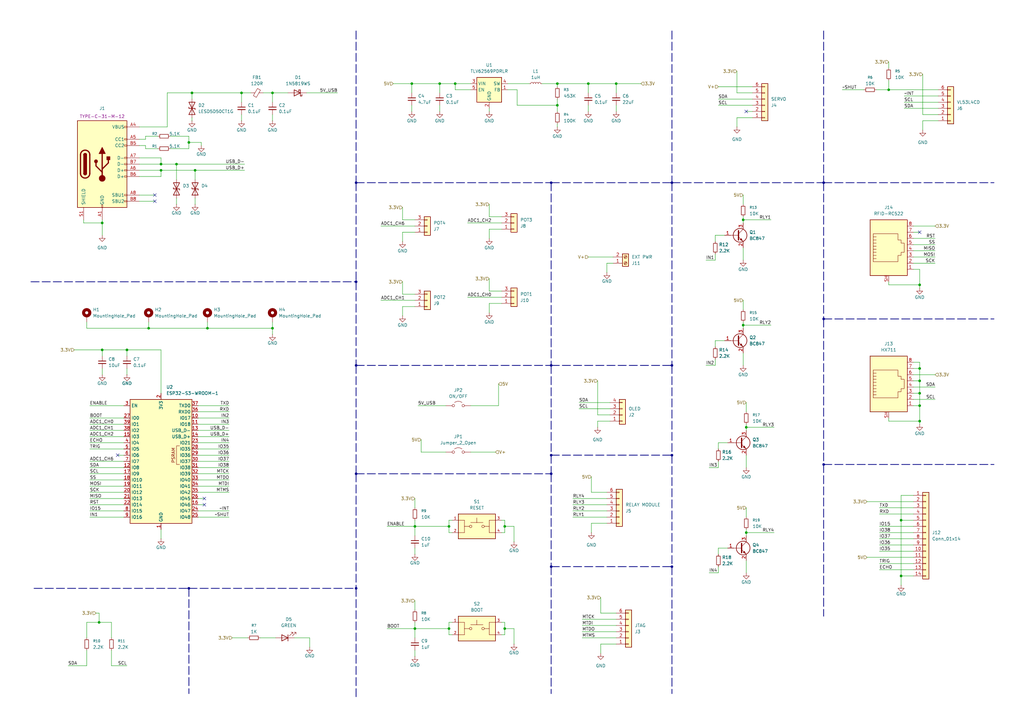
<source format=kicad_sch>
(kicad_sch (version 20250114) (generator "eeschema") (generator_version "9.0")
  (paper "A3")
  (junction (at 275.59 232.41))
  (junction (at 146.05 74.93))
  (junction (at 111.76 38.1))
  (junction (at 377.19 151.13))
  (junction (at 146.05 115.57))
  (junction (at 377.19 161.29))
  (junction (at 226.06 232.41))
  (junction (at 252.73 34.29))
  (junction (at 170.18 215.9))
  (junction (at 377.19 116.84))
  (junction (at 275.59 186.69))
  (junction (at 228.6 43.18))
  (junction (at 275.59 74.93))
  (junction (at 377.19 172.72))
  (junction (at 337.82 74.93))
  (junction (at 72.39 67.31))
  (junction (at 168.91 34.29))
  (junction (at 170.18 257.81))
  (junction (at 207.01 257.81))
  (junction (at 77.47 241.3))
  (junction (at 337.82 130.81))
  (junction (at 184.15 215.9))
  (junction (at 304.8 90.17))
  (junction (at 369.57 213.36))
  (junction (at 337.82 190.5))
  (junction (at 40.64 255.27))
  (junction (at 226.06 186.69))
  (junction (at 304.8 133.35))
  (junction (at 146.05 241.3))
  (junction (at 241.3 34.29))
  (junction (at 52.07 143.51))
  (junction (at 146.05 194.31))
  (junction (at 77.47 58.42))
  (junction (at 364.49 36.83))
  (junction (at 377.19 156.21))
  (junction (at 306.07 218.44))
  (junction (at 180.34 34.29))
  (junction (at 228.6 34.29))
  (junction (at 207.01 215.9))
  (junction (at 41.91 143.51))
  (junction (at 146.05 149.86))
  (junction (at 226.06 194.31))
  (junction (at 226.06 74.93))
  (junction (at 85.09 134.62))
  (junction (at 111.76 134.62))
  (junction (at 66.04 67.31))
  (junction (at 78.74 38.1))
  (junction (at 80.01 69.85))
  (junction (at 226.06 149.86))
  (junction (at 99.06 38.1))
  (junction (at 66.04 69.85))
  (junction (at 186.69 34.29))
  (junction (at 275.59 149.86))
  (junction (at 41.91 91.44))
  (junction (at 369.57 236.22))
  (junction (at 306.07 175.26))
  (junction (at 184.15 257.81))
  (junction (at 60.96 134.62))
  (junction (at 377.19 166.37))
  (no_connect (at 63.5 82.55))
  (no_connect (at 306.07 45.72))
  (no_connect (at 63.5 80.01))
  (no_connect (at 377.19 95.25))
  (no_connect (at 83.82 207.01))
  (no_connect (at 48.26 186.69))
  (no_connect (at 83.82 204.47))
  (wire (pts (xy 370.84 44.45) (xy 384.81 44.45)))
  (wire (pts (xy 68.58 38.1) (xy 78.74 38.1)))
  (wire (pts (xy 234.95 204.47) (xy 248.92 204.47)))
  (wire (pts (xy 360.68 208.28) (xy 374.65 208.28)))
  (wire (pts (xy 78.74 38.1) (xy 78.74 40.64)))
  (wire (pts (xy 36.83 181.61) (xy 50.8 181.61)))
  (wire (pts (xy 208.28 34.29) (xy 217.17 34.29)))
  (bus (pts (xy 337.82 130.81) (xy 337.82 190.5)) (stroke (width 0) (type dash)))
  (wire (pts (xy 377.19 172.72) (xy 364.49 172.72)))
  (wire (pts (xy 81.28 199.39) (xy 93.98 199.39)))
  (wire (pts (xy 304.8 123.19) (xy 304.8 127)))
  (wire (pts (xy 41.91 143.51) (xy 52.07 143.51)))
  (wire (pts (xy 185.42 218.44) (xy 184.15 218.44)))
  (wire (pts (xy 377.19 156.21) (xy 377.19 161.29)))
  (wire (pts (xy 57.15 80.01) (xy 63.5 80.01)))
  (bus (pts (xy 226.06 186.69) (xy 226.06 194.31)) (stroke (width 0) (type dash)))
  (wire (pts (xy 293.37 142.24) (xy 293.37 139.7)))
  (wire (pts (xy 237.49 165.1) (xy 250.19 165.1)))
  (wire (pts (xy 165.1 115.57) (xy 165.1 120.65)))
  (wire (pts (xy 306.07 229.87) (xy 306.07 234.95)))
  (wire (pts (xy 36.83 194.31) (xy 50.8 194.31)))
  (wire (pts (xy 360.68 220.98) (xy 374.65 220.98)))
  (wire (pts (xy 81.28 191.77) (xy 93.98 191.77)))
  (wire (pts (xy 306.07 186.69) (xy 306.07 191.77)))
  (wire (pts (xy 30.48 143.51) (xy 41.91 143.51)))
  (wire (pts (xy 245.11 172.72) (xy 250.19 172.72)))
  (wire (pts (xy 170.18 215.9) (xy 170.18 219.71)))
  (wire (pts (xy 378.46 46.99) (xy 384.81 46.99)))
  (wire (pts (xy 72.39 81.28) (xy 72.39 83.82)))
  (wire (pts (xy 234.95 212.09) (xy 248.92 212.09)))
  (wire (pts (xy 81.28 207.01) (xy 83.82 207.01)))
  (wire (pts (xy 168.91 43.18) (xy 168.91 45.72)))
  (wire (pts (xy 170.18 95.25) (xy 165.1 95.25)))
  (wire (pts (xy 242.57 201.93) (xy 248.92 201.93)))
  (wire (pts (xy 127 261.62) (xy 127 265.43)))
  (wire (pts (xy 293.37 96.52) (xy 297.18 96.52)))
  (wire (pts (xy 66.04 67.31) (xy 66.04 64.77)))
  (wire (pts (xy 306.07 175.26) (xy 317.5 175.26)))
  (bus (pts (xy 275.59 149.86) (xy 275.59 186.69)) (stroke (width 0) (type dash)))
  (wire (pts (xy 294.64 35.56) (xy 308.61 35.56)))
  (wire (pts (xy 306.07 218.44) (xy 317.5 218.44)))
  (wire (pts (xy 78.74 38.1) (xy 99.06 38.1)))
  (wire (pts (xy 377.19 110.49) (xy 377.19 116.84)))
  (wire (pts (xy 377.19 166.37) (xy 377.19 172.72)))
  (wire (pts (xy 172.72 180.34) (xy 172.72 185.42)))
  (wire (pts (xy 170.18 257.81) (xy 184.15 257.81)))
  (bus (pts (xy 77.47 241.3) (xy 77.47 284.48)) (stroke (width 0) (type dash)))
  (wire (pts (xy 345.44 36.83) (xy 354.33 36.83)))
  (wire (pts (xy 85.09 132.08) (xy 85.09 134.62)))
  (bus (pts (xy 226.06 149.86) (xy 275.59 149.86)) (stroke (width 0) (type dash)))
  (wire (pts (xy 238.76 256.54) (xy 252.73 256.54)))
  (wire (pts (xy 99.06 38.1) (xy 102.87 38.1)))
  (wire (pts (xy 374.65 97.79) (xy 383.54 97.79)))
  (wire (pts (xy 212.09 43.18) (xy 228.6 43.18)))
  (wire (pts (xy 290.83 191.77) (xy 294.64 191.77)))
  (wire (pts (xy 66.04 72.39) (xy 57.15 72.39)))
  (wire (pts (xy 111.76 134.62) (xy 111.76 137.16)))
  (wire (pts (xy 81.28 204.47) (xy 83.82 204.47)))
  (wire (pts (xy 36.83 166.37) (xy 50.8 166.37)))
  (wire (pts (xy 41.91 143.51) (xy 41.91 146.05)))
  (wire (pts (xy 81.28 189.23) (xy 93.98 189.23)))
  (wire (pts (xy 34.29 90.17) (xy 34.29 91.44)))
  (wire (pts (xy 36.83 176.53) (xy 50.8 176.53)))
  (wire (pts (xy 294.64 224.79) (xy 298.45 224.79)))
  (bus (pts (xy 146.05 12.7) (xy 146.05 74.93)) (stroke (width 0) (type dash)))
  (wire (pts (xy 304.8 90.17) (xy 304.8 91.44)))
  (wire (pts (xy 252.73 34.29) (xy 252.73 38.1)))
  (wire (pts (xy 207.01 255.27) (xy 207.01 257.81)))
  (wire (pts (xy 36.83 171.45) (xy 50.8 171.45)))
  (wire (pts (xy 360.68 226.06) (xy 374.65 226.06)))
  (wire (pts (xy 238.76 261.62) (xy 252.73 261.62)))
  (wire (pts (xy 156.21 123.19) (xy 170.18 123.19)))
  (wire (pts (xy 69.85 55.88) (xy 77.47 55.88)))
  (wire (pts (xy 180.34 43.18) (xy 180.34 45.72)))
  (wire (pts (xy 45.72 255.27) (xy 40.64 255.27)))
  (wire (pts (xy 234.95 209.55) (xy 248.92 209.55)))
  (wire (pts (xy 378.46 49.53) (xy 378.46 53.34)))
  (wire (pts (xy 374.65 153.67) (xy 383.54 153.67)))
  (bus (pts (xy 226.06 74.93) (xy 226.06 149.86)) (stroke (width 0) (type dash)))
  (wire (pts (xy 238.76 259.08) (xy 252.73 259.08)))
  (wire (pts (xy 158.75 215.9) (xy 170.18 215.9)))
  (wire (pts (xy 294.64 234.95) (xy 294.64 232.41)))
  (wire (pts (xy 246.38 245.11) (xy 246.38 251.46)))
  (wire (pts (xy 374.65 158.75) (xy 383.54 158.75)))
  (wire (pts (xy 293.37 139.7) (xy 297.18 139.7)))
  (wire (pts (xy 182.88 185.42) (xy 172.72 185.42)))
  (wire (pts (xy 212.09 36.83) (xy 212.09 43.18)))
  (wire (pts (xy 111.76 134.62) (xy 111.76 132.08)))
  (wire (pts (xy 81.28 168.91) (xy 93.98 168.91)))
  (wire (pts (xy 241.3 34.29) (xy 241.3 38.1)))
  (wire (pts (xy 99.06 46.99) (xy 99.06 49.53)))
  (wire (pts (xy 205.74 124.46) (xy 200.66 124.46)))
  (wire (pts (xy 242.57 214.63) (xy 242.57 218.44)))
  (bus (pts (xy 226.06 149.86) (xy 226.06 186.69)) (stroke (width 0) (type dash)))
  (wire (pts (xy 165.1 85.09) (xy 165.1 90.17)))
  (wire (pts (xy 306.07 218.44) (xy 306.07 219.71)))
  (wire (pts (xy 207.01 213.36) (xy 207.01 215.9)))
  (wire (pts (xy 81.28 194.31) (xy 93.98 194.31)))
  (bus (pts (xy 337.82 190.5) (xy 407.67 190.5)) (stroke (width 0) (type dash)))
  (wire (pts (xy 45.72 266.7) (xy 45.72 273.05)))
  (wire (pts (xy 241.3 43.18) (xy 241.3 45.72)))
  (wire (pts (xy 374.65 236.22) (xy 369.57 236.22)))
  (wire (pts (xy 59.69 55.88) (xy 64.77 55.88)))
  (wire (pts (xy 294.64 43.18) (xy 308.61 43.18)))
  (wire (pts (xy 304.8 144.78) (xy 304.8 149.86)))
  (bus (pts (xy 146.05 194.31) (xy 226.06 194.31)) (stroke (width 0) (type dash)))
  (wire (pts (xy 81.28 186.69) (xy 93.98 186.69)))
  (wire (pts (xy 125.73 38.1) (xy 138.43 38.1)))
  (wire (pts (xy 374.65 228.6) (xy 355.6 228.6)))
  (wire (pts (xy 60.96 132.08) (xy 60.96 134.62)))
  (wire (pts (xy 374.65 110.49) (xy 377.19 110.49)))
  (wire (pts (xy 205.74 88.9) (xy 200.66 88.9)))
  (wire (pts (xy 370.84 41.91) (xy 384.81 41.91)))
  (wire (pts (xy 77.47 58.42) (xy 82.55 58.42)))
  (wire (pts (xy 57.15 67.31) (xy 66.04 67.31)))
  (wire (pts (xy 52.07 143.51) (xy 52.07 146.05)))
  (wire (pts (xy 207.01 215.9) (xy 210.82 215.9)))
  (wire (pts (xy 99.06 38.1) (xy 99.06 41.91)))
  (wire (pts (xy 156.21 92.71) (xy 170.18 92.71)))
  (wire (pts (xy 364.49 116.84) (xy 364.49 115.57)))
  (wire (pts (xy 374.65 107.95) (xy 383.54 107.95)))
  (wire (pts (xy 193.04 185.42) (xy 203.2 185.42)))
  (wire (pts (xy 374.65 166.37) (xy 377.19 166.37)))
  (wire (pts (xy 170.18 224.79) (xy 170.18 227.33)))
  (wire (pts (xy 306.07 173.99) (xy 306.07 175.26)))
  (bus (pts (xy 146.05 74.93) (xy 146.05 115.57)) (stroke (width 0) (type dash)))
  (wire (pts (xy 304.8 133.35) (xy 304.8 134.62)))
  (wire (pts (xy 245.11 156.21) (xy 245.11 170.18)))
  (wire (pts (xy 41.91 90.17) (xy 41.91 91.44)))
  (bus (pts (xy 337.82 74.93) (xy 407.67 74.93)) (stroke (width 0) (type dash)))
  (wire (pts (xy 72.39 67.31) (xy 100.33 67.31)))
  (wire (pts (xy 45.72 261.62) (xy 45.72 255.27)))
  (wire (pts (xy 294.64 191.77) (xy 294.64 189.23)))
  (wire (pts (xy 120.65 261.62) (xy 127 261.62)))
  (wire (pts (xy 186.69 36.83) (xy 186.69 34.29)))
  (bus (pts (xy 226.06 74.93) (xy 275.59 74.93)) (stroke (width 0) (type dash)))
  (wire (pts (xy 293.37 149.86) (xy 293.37 147.32)))
  (wire (pts (xy 238.76 254) (xy 252.73 254)))
  (wire (pts (xy 168.91 34.29) (xy 168.91 38.1)))
  (wire (pts (xy 200.66 124.46) (xy 200.66 128.27)))
  (wire (pts (xy 369.57 236.22) (xy 369.57 240.03)))
  (wire (pts (xy 252.73 264.16) (xy 246.38 264.16)))
  (bus (pts (xy 275.59 74.93) (xy 337.82 74.93)) (stroke (width 0) (type dash)))
  (wire (pts (xy 294.64 227.33) (xy 294.64 224.79)))
  (wire (pts (xy 81.28 171.45) (xy 93.98 171.45)))
  (wire (pts (xy 36.83 204.47) (xy 50.8 204.47)))
  (wire (pts (xy 59.69 55.88) (xy 59.69 57.15)))
  (wire (pts (xy 302.26 48.26) (xy 302.26 52.07)))
  (wire (pts (xy 210.82 257.81) (xy 210.82 264.16)))
  (wire (pts (xy 165.1 125.73) (xy 165.1 129.54)))
  (wire (pts (xy 369.57 213.36) (xy 374.65 213.36)))
  (wire (pts (xy 59.69 57.15) (xy 57.15 57.15)))
  (wire (pts (xy 294.64 184.15) (xy 294.64 181.61)))
  (wire (pts (xy 370.84 39.37) (xy 384.81 39.37)))
  (wire (pts (xy 248.92 214.63) (xy 242.57 214.63)))
  (wire (pts (xy 171.45 166.37) (xy 182.88 166.37)))
  (wire (pts (xy 66.04 161.29) (xy 66.04 143.51)))
  (wire (pts (xy 205.74 119.38) (xy 200.66 119.38)))
  (bus (pts (xy 146.05 115.57) (xy 146.05 149.86)) (stroke (width 0) (type dash)))
  (bus (pts (xy 146.05 149.86) (xy 146.05 194.31)) (stroke (width 0) (type dash)))
  (wire (pts (xy 248.92 107.95) (xy 251.46 107.95)))
  (wire (pts (xy 228.6 50.8) (xy 228.6 52.07)))
  (wire (pts (xy 165.1 95.25) (xy 165.1 99.06)))
  (bus (pts (xy 275.59 186.69) (xy 275.59 232.41)) (stroke (width 0) (type dash)))
  (wire (pts (xy 184.15 213.36) (xy 184.15 215.9)))
  (wire (pts (xy 364.49 33.02) (xy 364.49 36.83)))
  (wire (pts (xy 374.65 102.87) (xy 383.54 102.87)))
  (wire (pts (xy 81.28 173.99) (xy 93.98 173.99)))
  (wire (pts (xy 101.6 261.62) (xy 95.25 261.62)))
  (wire (pts (xy 242.57 195.58) (xy 242.57 201.93)))
  (bus (pts (xy 226.06 194.31) (xy 226.06 232.41)) (stroke (width 0) (type dash)))
  (wire (pts (xy 36.83 201.93) (xy 50.8 201.93)))
  (wire (pts (xy 374.65 148.59) (xy 377.19 148.59)))
  (wire (pts (xy 374.65 163.83) (xy 383.54 163.83)))
  (wire (pts (xy 35.56 266.7) (xy 35.56 273.05)))
  (wire (pts (xy 81.28 196.85) (xy 93.98 196.85)))
  (wire (pts (xy 191.77 91.44) (xy 205.74 91.44)))
  (wire (pts (xy 377.19 172.72) (xy 377.19 173.99)))
  (wire (pts (xy 35.56 132.08) (xy 35.56 134.62)))
  (wire (pts (xy 185.42 213.36) (xy 184.15 213.36)))
  (wire (pts (xy 290.83 234.95) (xy 294.64 234.95)))
  (wire (pts (xy 36.83 199.39) (xy 50.8 199.39)))
  (wire (pts (xy 36.83 207.01) (xy 50.8 207.01)))
  (bus (pts (xy 275.59 12.7) (xy 275.59 74.93)) (stroke (width 0) (type dash)))
  (wire (pts (xy 384.81 49.53) (xy 378.46 49.53)))
  (wire (pts (xy 306.07 208.28) (xy 306.07 212.09)))
  (wire (pts (xy 306.07 217.17) (xy 306.07 218.44)))
  (bus (pts (xy 146.05 149.86) (xy 226.06 149.86)) (stroke (width 0) (type dash)))
  (wire (pts (xy 237.49 167.64) (xy 250.19 167.64)))
  (wire (pts (xy 186.69 34.29) (xy 193.04 34.29)))
  (wire (pts (xy 80.01 69.85) (xy 100.33 69.85)))
  (wire (pts (xy 36.83 173.99) (xy 50.8 173.99)))
  (wire (pts (xy 82.55 58.42) (xy 82.55 59.69)))
  (wire (pts (xy 184.15 218.44) (xy 184.15 215.9)))
  (wire (pts (xy 59.69 60.96) (xy 59.69 59.69)))
  (wire (pts (xy 228.6 34.29) (xy 241.3 34.29)))
  (wire (pts (xy 170.18 120.65) (xy 165.1 120.65)))
  (wire (pts (xy 207.01 257.81) (xy 210.82 257.81)))
  (wire (pts (xy 80.01 81.28) (xy 80.01 83.82)))
  (wire (pts (xy 245.11 170.18) (xy 250.19 170.18)))
  (wire (pts (xy 59.69 60.96) (xy 64.77 60.96)))
  (wire (pts (xy 207.01 218.44) (xy 205.74 218.44)))
  (wire (pts (xy 207.01 260.35) (xy 205.74 260.35)))
  (wire (pts (xy 36.83 191.77) (xy 50.8 191.77)))
  (wire (pts (xy 72.39 67.31) (xy 72.39 73.66)))
  (wire (pts (xy 184.15 260.35) (xy 185.42 260.35)))
  (wire (pts (xy 377.19 116.84) (xy 377.19 118.11)))
  (wire (pts (xy 66.04 217.17) (xy 66.04 220.98)))
  (wire (pts (xy 81.28 184.15) (xy 93.98 184.15)))
  (wire (pts (xy 360.68 218.44) (xy 374.65 218.44)))
  (wire (pts (xy 52.07 151.13) (xy 52.07 153.67)))
  (wire (pts (xy 39.37 251.46) (xy 40.64 251.46)))
  (wire (pts (xy 374.65 156.21) (xy 377.19 156.21)))
  (wire (pts (xy 308.61 48.26) (xy 302.26 48.26)))
  (wire (pts (xy 304.8 80.01) (xy 304.8 83.82)))
  (wire (pts (xy 158.75 257.81) (xy 170.18 257.81)))
  (wire (pts (xy 252.73 43.18) (xy 252.73 45.72)))
  (wire (pts (xy 304.8 133.35) (xy 316.23 133.35)))
  (wire (pts (xy 36.83 184.15) (xy 50.8 184.15)))
  (wire (pts (xy 170.18 246.38) (xy 170.18 250.19)))
  (wire (pts (xy 80.01 69.85) (xy 80.01 73.66)))
  (wire (pts (xy 77.47 60.96) (xy 77.47 58.42)))
  (bus (pts (xy 226.06 232.41) (xy 226.06 284.48)) (stroke (width 0) (type dash)))
  (wire (pts (xy 85.09 134.62) (xy 111.76 134.62)))
  (wire (pts (xy 252.73 34.29) (xy 262.89 34.29)))
  (wire (pts (xy 289.56 106.68) (xy 293.37 106.68)))
  (bus (pts (xy 77.47 241.3) (xy 146.05 241.3)) (stroke (width 0) (type dash)))
  (wire (pts (xy 302.26 38.1) (xy 308.61 38.1)))
  (wire (pts (xy 369.57 213.36) (xy 369.57 236.22)))
  (wire (pts (xy 81.28 201.93) (xy 93.98 201.93)))
  (wire (pts (xy 111.76 41.91) (xy 111.76 38.1)))
  (bus (pts (xy 146.05 74.93) (xy 226.06 74.93)) (stroke (width 0) (type dash)))
  (wire (pts (xy 180.34 34.29) (xy 180.34 38.1)))
  (wire (pts (xy 377.19 161.29) (xy 377.19 166.37)))
  (wire (pts (xy 248.92 107.95) (xy 248.92 111.76)))
  (wire (pts (xy 34.29 91.44) (xy 41.91 91.44)))
  (bus (pts (xy 337.82 12.7) (xy 337.82 74.93)) (stroke (width 0) (type dash)))
  (wire (pts (xy 374.65 203.2) (xy 369.57 203.2)))
  (wire (pts (xy 60.96 134.62) (xy 85.09 134.62)))
  (wire (pts (xy 364.49 36.83) (xy 384.81 36.83)))
  (wire (pts (xy 57.15 64.77) (xy 66.04 64.77)))
  (wire (pts (xy 304.8 132.08) (xy 304.8 133.35)))
  (wire (pts (xy 360.68 233.68) (xy 374.65 233.68)))
  (wire (pts (xy 360.68 215.9) (xy 374.65 215.9)))
  (wire (pts (xy 170.18 257.81) (xy 170.18 261.62)))
  (wire (pts (xy 36.83 179.07) (xy 50.8 179.07)))
  (wire (pts (xy 246.38 264.16) (xy 246.38 267.97)))
  (wire (pts (xy 52.07 143.51) (xy 66.04 143.51)))
  (wire (pts (xy 106.68 261.62) (xy 113.03 261.62)))
  (wire (pts (xy 200.66 93.98) (xy 200.66 97.79)))
  (wire (pts (xy 304.8 90.17) (xy 316.23 90.17)))
  (wire (pts (xy 81.28 209.55) (xy 93.98 209.55)))
  (wire (pts (xy 378.46 30.48) (xy 378.46 46.99)))
  (bus (pts (xy 337.82 74.93) (xy 337.82 130.81)) (stroke (width 0) (type dash)))
  (wire (pts (xy 170.18 204.47) (xy 170.18 208.28)))
  (wire (pts (xy 302.26 29.21) (xy 302.26 38.1)))
  (wire (pts (xy 228.6 40.64) (xy 228.6 43.18)))
  (bus (pts (xy 146.05 241.3) (xy 146.05 285.75)) (stroke (width 0) (type dash)))
  (wire (pts (xy 228.6 43.18) (xy 228.6 45.72)))
  (wire (pts (xy 293.37 99.06) (xy 293.37 96.52)))
  (wire (pts (xy 191.77 121.92) (xy 205.74 121.92)))
  (bus (pts (xy 146.05 194.31) (xy 146.05 241.3)) (stroke (width 0) (type dash)))
  (wire (pts (xy 35.56 134.62) (xy 60.96 134.62)))
  (wire (pts (xy 77.47 58.42) (xy 77.47 55.88)))
  (bus (pts (xy 275.59 232.41) (xy 275.59 284.48)) (stroke (width 0) (type dash)))
  (wire (pts (xy 170.18 255.27) (xy 170.18 257.81)))
  (wire (pts (xy 234.95 207.01) (xy 248.92 207.01)))
  (wire (pts (xy 377.19 151.13) (xy 377.19 156.21)))
  (wire (pts (xy 377.19 148.59) (xy 377.19 151.13)))
  (wire (pts (xy 374.65 92.71) (xy 383.54 92.71)))
  (bus (pts (xy 226.06 232.41) (xy 275.59 232.41)) (stroke (width 0) (type dash)))
  (wire (pts (xy 81.28 176.53) (xy 93.98 176.53)))
  (wire (pts (xy 170.18 125.73) (xy 165.1 125.73)))
  (wire (pts (xy 66.04 69.85) (xy 80.01 69.85)))
  (wire (pts (xy 359.41 36.83) (xy 364.49 36.83)))
  (wire (pts (xy 289.56 149.86) (xy 293.37 149.86)))
  (bus (pts (xy 13.97 241.3) (xy 77.47 241.3)) (stroke (width 0) (type dash)))
  (wire (pts (xy 68.58 52.07) (xy 68.58 38.1)))
  (wire (pts (xy 374.65 151.13) (xy 377.19 151.13)))
  (wire (pts (xy 78.74 48.26) (xy 78.74 49.53)))
  (wire (pts (xy 40.64 251.46) (xy 40.64 255.27)))
  (wire (pts (xy 111.76 38.1) (xy 118.11 38.1)))
  (wire (pts (xy 228.6 34.29) (xy 228.6 35.56)))
  (wire (pts (xy 364.49 172.72) (xy 364.49 171.45)))
  (wire (pts (xy 81.28 212.09) (xy 93.98 212.09)))
  (wire (pts (xy 374.65 105.41) (xy 383.54 105.41)))
  (wire (pts (xy 207.01 257.81) (xy 207.01 260.35)))
  (bus (pts (xy 275.59 74.93) (xy 275.59 149.86)) (stroke (width 0) (type dash)))
  (wire (pts (xy 293.37 106.68) (xy 293.37 104.14)))
  (wire (pts (xy 161.29 34.29) (xy 168.91 34.29)))
  (wire (pts (xy 48.26 186.69) (xy 50.8 186.69)))
  (wire (pts (xy 36.83 209.55) (xy 50.8 209.55)))
  (wire (pts (xy 306.07 45.72) (xy 308.61 45.72)))
  (wire (pts (xy 374.65 205.74) (xy 355.6 205.74)))
  (wire (pts (xy 207.01 215.9) (xy 207.01 218.44)))
  (wire (pts (xy 306.07 175.26) (xy 306.07 176.53)))
  (wire (pts (xy 168.91 34.29) (xy 180.34 34.29)))
  (wire (pts (xy 185.42 255.27) (xy 184.15 255.27)))
  (wire (pts (xy 27.94 273.05) (xy 35.56 273.05)))
  (wire (pts (xy 36.83 212.09) (xy 50.8 212.09)))
  (wire (pts (xy 41.91 91.44) (xy 41.91 96.52)))
  (bus (pts (xy 226.06 186.69) (xy 275.59 186.69)) (stroke (width 0) (type dash)))
  (wire (pts (xy 360.68 210.82) (xy 374.65 210.82)))
  (wire (pts (xy 205.74 93.98) (xy 200.66 93.98)))
  (wire (pts (xy 241.3 105.41) (xy 251.46 105.41)))
  (wire (pts (xy 252.73 251.46) (xy 246.38 251.46)))
  (wire (pts (xy 369.57 203.2) (xy 369.57 213.36)))
  (wire (pts (xy 360.68 231.14) (xy 374.65 231.14)))
  (wire (pts (xy 66.04 69.85) (xy 66.04 72.39)))
  (wire (pts (xy 193.04 36.83) (xy 186.69 36.83)))
  (wire (pts (xy 170.18 215.9) (xy 184.15 215.9)))
  (wire (pts (xy 36.83 189.23) (xy 50.8 189.23)))
  (wire (pts (xy 374.65 95.25) (xy 377.19 95.25)))
  (wire (pts (xy 245.11 172.72) (xy 245.11 175.26)))
  (bus (pts (xy 337.82 130.81) (xy 407.67 130.81)) (stroke (width 0) (type dash)))
  (wire (pts (xy 184.15 255.27) (xy 184.15 257.81)))
  (wire (pts (xy 57.15 52.07) (xy 68.58 52.07)))
  (wire (pts (xy 45.72 273.05) (xy 52.07 273.05)))
  (wire (pts (xy 294.64 40.64) (xy 308.61 40.64)))
  (wire (pts (xy 170.18 213.36) (xy 170.18 215.9)))
  (wire (pts (xy 81.28 166.37) (xy 93.98 166.37)))
  (wire (pts (xy 200.66 114.3) (xy 200.66 119.38)))
  (wire (pts (xy 210.82 215.9) (xy 210.82 222.25)))
  (wire (pts (xy 66.04 67.31) (xy 72.39 67.31)))
  (wire (pts (xy 40.64 255.27) (xy 35.56 255.27)))
  (wire (pts (xy 170.18 90.17) (xy 165.1 90.17)))
  (wire (pts (xy 294.64 181.61) (xy 298.45 181.61)))
  (wire (pts (xy 241.3 34.29) (xy 252.73 34.29)))
  (wire (pts (xy 222.25 34.29) (xy 228.6 34.29)))
  (wire (pts (xy 69.85 60.96) (xy 77.47 60.96)))
  (wire (pts (xy 205.74 213.36) (xy 207.01 213.36)))
  (wire (pts (xy 81.28 181.61) (xy 93.98 181.61)))
  (wire (pts (xy 41.91 151.13) (xy 41.91 153.67)))
  (wire (pts (xy 193.04 166.37) (xy 204.47 166.37)))
  (wire (pts (xy 374.65 100.33) (xy 383.54 100.33)))
  (wire (pts (xy 184.15 257.81) (xy 184.15 260.35)))
  (wire (pts (xy 35.56 255.27) (xy 35.56 261.62)))
  (wire (pts (xy 208.28 36.83) (xy 212.09 36.83)))
  (bus (pts (xy 337.82 190.5) (xy 337.82 252.73)) (stroke (width 0) (type dash)))
  (wire (pts (xy 306.07 165.1) (xy 306.07 168.91)))
  (wire (pts (xy 304.8 88.9) (xy 304.8 90.17)))
  (wire (pts (xy 200.66 83.82) (xy 200.66 88.9)))
  (wire (pts (xy 204.47 157.48) (xy 204.47 166.37)))
  (wire (pts (xy 304.8 101.6) (xy 304.8 106.68)))
  (wire (pts (xy 374.65 161.29) (xy 377.19 161.29)))
  (wire (pts (xy 57.15 82.55) (xy 63.5 82.55)))
  (wire (pts (xy 36.83 196.85) (xy 50.8 196.85)))
  (wire (pts (xy 59.69 59.69) (xy 57.15 59.69)))
  (wire (pts (xy 57.15 69.85) (xy 66.04 69.85)))
  (wire (pts (xy 107.95 38.1) (xy 111.76 38.1)))
  (wire (pts (xy 360.68 223.52) (xy 374.65 223.52)))
  (wire (pts (xy 200.66 44.45) (xy 200.66 45.72)))
  (wire (pts (xy 377.19 116.84) (xy 364.49 116.84)))
  (bus (pts (xy 12.7 115.57) (xy 146.05 115.57)) (stroke (width 0) (type dash)))
  (wire (pts (xy 111.76 46.99) (xy 111.76 49.53)))
  (wire (pts (xy 81.28 179.07) (xy 93.98 179.07)))
  (wire (pts (xy 364.49 25.4) (xy 364.49 27.94)))
  (wire (pts (xy 205.74 255.27) (xy 207.01 255.27)))
  (wire (pts (xy 170.18 266.7) (xy 170.18 269.24)))
  (wire (pts (xy 180.34 34.29) (xy 186.69 34.29)))
  (label "TXD" (at 360.68 208.28 0))
  (label "5V_USB" (at 138.43 38.1 180))
  (label "IO36" (at 93.98 186.69 180))
  (label "IO35" (at 93.98 184.15 180))
  (label "MTDI" (at 238.76 256.54 0))
  (label "SS" (at 36.83 196.85 0))
  (label "ADC1_CH0" (at 36.83 173.99 0))
  (label "BOOT" (at 158.75 257.81 0))
  (label "SCL" (at 383.54 163.83 180))
  (label "ADC1_CH1" (at 36.83 176.53 0))
  (label "ENABLE" (at 158.75 215.9 0))
  (label "~SHUT" (at 93.98 212.09 180))
  (label "IN2" (at 93.98 171.45 180))
  (label "ADC1_CH2" (at 36.83 179.07 0))
  (label "USB_D-" (at 100.33 67.31 180))
  (label "MTDI" (at 93.98 199.39 180))
  (label "ENABLE" (at 36.83 166.37 0))
  (label "MTCK" (at 93.98 194.31 180))
  (label "ECHO" (at 360.68 233.68 0))
  (label "IN4" (at 93.98 181.61 180))
  (label "~INT" (at 370.84 39.37 0))
  (label "IO15" (at 360.68 215.9 0))
  (label "SDA" (at 36.83 191.77 0))
  (label "MISO" (at 383.54 102.87 180))
  (label "~INT" (at 93.98 209.55 180))
  (label "USB_D+" (at 100.33 69.85 180))
  (label "IN3" (at 290.83 191.77 0))
  (label "RST" (at 36.83 207.01 0))
  (label "RLY4" (at 317.5 218.44 180))
  (label "MTDO" (at 238.76 259.08 0))
  (label "USB_D-" (at 93.98 176.53 180))
  (label "SDA" (at 294.64 40.64 0))
  (label "RXD" (at 360.68 210.82 0))
  (label "MTCK" (at 238.76 254 0))
  (label "IN3" (at 93.98 173.99 180))
  (label "TRIG" (at 360.68 231.14 0))
  (label "IO37" (at 93.98 189.23 180))
  (label "TXD" (at 93.98 166.37 180))
  (label "SDA" (at 370.84 44.45 0))
  (label "IO36" (at 360.68 223.52 0))
  (label "MTMS" (at 238.76 261.62 0))
  (label "MOSI" (at 36.83 199.39 0))
  (label "IO37" (at 360.68 220.98 0))
  (label "RLY2" (at 234.95 209.55 0))
  (label "MISO" (at 36.83 204.47 0))
  (label "ADC1_CH6" (at 36.83 189.23 0))
  (label "IO38" (at 360.68 218.44 0))
  (label "~SHUT" (at 345.44 36.83 0))
  (label "RLY1" (at 234.95 212.09 0))
  (label "TRIG" (at 36.83 184.15 0))
  (label "RLY3" (at 234.95 207.01 0))
  (label "SCK" (at 36.83 201.93 0))
  (label "MTDO" (at 93.98 196.85 180))
  (label "SCL" (at 36.83 194.31 0))
  (label "IN4" (at 290.83 234.95 0))
  (label "IO15" (at 36.83 209.55 0))
  (label "SCL" (at 294.64 43.18 0))
  (label "SDA" (at 27.94 273.05 0))
  (label "ADC1_CH6" (at 156.21 92.71 0))
  (label "ADC1_CH2" (at 191.77 91.44 0))
  (label "USB_D+" (at 93.98 179.07 180))
  (label "MOSI" (at 383.54 105.41 180))
  (label "SS" (at 383.54 100.33 180))
  (label "ADC1_CH0" (at 191.77 121.92 0))
  (label "SCL" (at 370.84 41.91 0))
  (label "RLY2" (at 316.23 133.35 180))
  (label "IO35" (at 360.68 226.06 0))
  (label "RLY3" (at 317.5 175.26 180))
  (label "RLY1" (at 316.23 90.17 180))
  (label "SDA" (at 383.54 158.75 180))
  (label "IN1" (at 36.83 212.09 0))
  (label "SCL" (at 52.07 273.05 180))
  (label "IN2" (at 289.56 149.86 0))
  (label "IO38" (at 93.98 191.77 180))
  (label "MTMS" (at 93.98 201.93 180))
  (label "5V_USB" (at 171.45 166.37 0))
  (label "SCK" (at 383.54 107.95 180))
  (label "RXD" (at 93.98 168.91 180))
  (label "SCL" (at 237.49 167.64 0))
  (label "ADC1_CH1" (at 156.21 123.19 0))
  (label "BOOT" (at 36.83 171.45 0))
  (label "ECHO" (at 36.83 181.61 0))
  (label "IN1" (at 289.56 106.68 0))
  (label "SDA" (at 237.49 165.1 0))
  (label "RST" (at 383.54 97.79 180))
  (label "RLY4" (at 234.95 204.47 0))
  (hierarchical_label "3.3V" (shape input) (at 200.66 114.3 180))
  (hierarchical_label "V+" (shape input) (at 294.64 35.56 180))
  (hierarchical_label "3.3V" (shape input) (at 383.54 153.67 0))
  (hierarchical_label "3.3V" (shape input) (at 245.11 156.21 180))
  (hierarchical_label "V+" (shape input) (at 203.2 185.42 0))
  (hierarchical_label "5V" (shape input) (at 204.47 157.48 0))
  (hierarchical_label "3.3V" (shape input) (at 95.25 261.62 180))
  (hierarchical_label "3.3V" (shape input) (at 262.89 34.29 0))
  (hierarchical_label "5V" (shape input) (at 304.8 80.01 180))
  (hierarchical_label "5V" (shape input) (at 306.07 165.1 180))
  (hierarchical_label "3.3V" (shape input) (at 170.18 246.38 180))
  (hierarchical_label "5V" (shape input) (at 161.29 34.29 180))
  (hierarchical_label "3.3V" (shape input) (at 165.1 115.57 180))
  (hierarchical_label "3.3V" (shape input) (at 302.26 29.21 180))
  (hierarchical_label "V+" (shape input) (at 241.3 105.41 180))
  (hierarchical_label "5V" (shape input) (at 306.07 208.28 180))
  (hierarchical_label "5V" (shape input) (at 172.72 180.34 180))
  (hierarchical_label "3.3V" (shape input) (at 246.38 245.11 180))
  (hierarchical_label "3.3V" (shape input) (at 30.48 143.51 180))
  (hierarchical_label "3.3V" (shape input) (at 170.18 204.47 180))
  (hierarchical_label "5V" (shape input) (at 304.8 123.19 180))
  (hierarchical_label "3.3V" (shape input) (at 39.37 251.46 180))
  (hierarchical_label "3.3V" (shape input) (at 200.66 83.82 180))
  (hierarchical_label "5V" (shape input) (at 355.6 228.6 180))
  (hierarchical_label "3.3V" (shape input) (at 364.49 25.4 180))
  (hierarchical_label "3.3V" (shape input) (at 355.6 205.74 180))
  (hierarchical_label "3.3V" (shape input) (at 165.1 85.09 180))
  (hierarchical_label "3.3V" (shape input) (at 378.46 30.48 180))
  (hierarchical_label "5V" (shape input) (at 242.57 195.58 180))
  (hierarchical_label "3.3V" (shape input) (at 383.54 92.71 0))
  (symbol (lib_id "Connector_Generic:Conn_01x14") (at 379.73 218.44 0) (unit 1)
    (property "Reference" "J12" (at 382.27 218.4399 0) (effects (justify left)))
    (property "Value" "Conn_01x14" (at 382.27 220.9799 0) (effects (justify left)))
    (property "Footprint" "Connector_PinHeader_2.54mm:PinHeader_1x14_P2.54mm_Vertical" (effects (hide yes)))
    (property "Description" "Generic connector, single row, 01x14, script generated (kicad-library-utils/schlib/autogen/connector/)" (effects (hide yes)))
  )
  (symbol (lib_id "power:GND") (at 78.74 49.53 0) (unit 1)
    (property "Reference" "#PWR019" (effects (hide yes)))
    (property "Value" "GND" (at 78.74 53.34 0))
    (property "Description" "Power symbol creates a global label with name \"GND\" , ground" (effects (hide yes)))
  )
  (symbol (lib_id "power:GND") (at 377.19 173.99 0) (unit 1)
    (property "Reference" "#PWR033" (effects (hide yes)))
    (property "Value" "GND" (at 377.19 177.8 0))
    (property "Description" "Power symbol creates a global label with name \"GND\" , ground" (effects (hide yes)))
  )
  (symbol (lib_id "power:GND") (at 378.46 53.34 0) (unit 1)
    (property "Reference" "#PWR06" (effects (hide yes)))
    (property "Value" "GND" (at 378.46 58.42 0))
    (property "Description" "Power symbol creates a global label with name \"GND\" , ground" (effects (hide yes)))
  )
  (symbol (lib_id "power:GND") (at 170.18 269.24 0) (unit 1)
    (property "Reference" "#PWR015" (effects (hide yes)))
    (property "Value" "GND" (at 170.18 272.796 0))
    (property "Description" "Power symbol creates a global label with name \"GND\" , ground" (effects (hide yes)))
  )
  (symbol (lib_id "power:GND") (at 304.8 149.86 0) (unit 1)
    (property "Reference" "#PWR036" (effects (hide yes)))
    (property "Value" "GND" (at 304.8 153.67 0))
    (property "Description" "Power symbol creates a global label with name \"GND\" , ground" (effects (hide yes)))
  )
  (symbol (lib_id "Device:C_Small") (at 241.3 40.64 0) (unit 1)
    (property "Reference" "C5" (at 243.84 39.3762 0) (effects (justify left)))
    (property "Value" "0.1uF" (at 243.84 41.9162 0) (effects (justify left)))
    (property "Footprint" "Capacitor_SMD:C_0603_1608Metric_Pad1.08x0.95mm_HandSolder" (effects (hide yes)))
    (property "Description" "Unpolarized capacitor, small symbol" (effects (hide yes)))
    (property "MPN" "06035C104JAT4A" (effects (hide yes)))
  )
  (symbol (lib_id "Device:LED") (at 116.84 261.62 180) (unit 1)
    (property "Reference" "D5" (at 118.4275 254 0))
    (property "Value" "GREEN" (at 118.4275 256.54 0))
    (property "Footprint" "LED_SMD:LED_0603_1608Metric" (effects (hide yes)))
    (property "Description" "Light emitting diode" (effects (hide yes)))
    (property "Sim.Pins" "1=K 2=A" (effects (hide yes)))
    (property "MPN" "19-217/R6C-AL1M2VY/3T" (effects (hide yes)))
  )
  (symbol (lib_id "Device:C_Small") (at 180.34 40.64 0) (unit 1)
    (property "Reference" "C3" (at 182.88 39.3762 0) (effects (justify left)))
    (property "Value" "0.1uF" (at 182.88 41.9162 0) (effects (justify left)))
    (property "Footprint" "Capacitor_SMD:C_0603_1608Metric_Pad1.08x0.95mm_HandSolder" (effects (hide yes)))
    (property "Description" "Unpolarized capacitor, small symbol" (effects (hide yes)))
    (property "MPN" "06035C104JAT4A" (effects (hide yes)))
  )
  (symbol (lib_id "power:GND") (at 210.82 222.25 0) (unit 1)
    (property "Reference" "#PWR018" (effects (hide yes)))
    (property "Value" "GND" (at 210.82 225.806 0))
    (property "Description" "Power symbol creates a global label with name \"GND\" , ground" (effects (hide yes)))
  )
  (symbol (lib_id "Diode:1N5819WS") (at 121.92 38.1 180) (unit 1)
    (property "Reference" "D1" (at 122.2375 31.75 0))
    (property "Value" "1N5819WS" (at 122.2375 34.29 0))
    (property "Footprint" "Diode_SMD:D_SOD-323" (effects (hide yes)))
    (property "Datasheet" "https://datasheet.lcsc.com/lcsc/2204281430_Guangdong-Hottech-1N5819WS_C191023.pdf" (effects (hide yes)))
    (property "Description" "40V 600mV@1A 1A SOD-323 Schottky Barrier Diodes, SOD-323" (effects (hide yes)))
    (property "MPN" "1N5819HW-7-F" (effects (hide yes)))
  )
  (symbol (lib_id "Device:R_Small") (at 293.37 144.78 0) (unit 1)
    (property "Reference" "R14" (at 294.894 143.51 0) (effects (justify left)))
    (property "Value" "2.2K" (at 294.894 146.05 0) (effects (justify left)))
    (property "Footprint" "Resistor_SMD:R_0603_1608Metric_Pad0.98x0.95mm_HandSolder" (effects (hide yes)))
    (property "Description" "Resistor, small symbol" (effects (hide yes)))
    (property "MPN" "RMC06032.2K1%N" (effects (hide yes)))
  )
  (symbol (lib_id "Device:R_Small") (at 67.31 55.88 90) (unit 1)
    (property "Reference" "R2" (at 64.516 54.864 90) (effects (font (size 1.016 1.016)) (justify left)))
    (property "Value" "5.1K" (at 73.914 54.864 90) (effects (justify left)))
    (property "Footprint" "Resistor_SMD:R_0805_2012Metric_Pad1.20x1.40mm_HandSolder" (effects (hide yes)))
    (property "Description" "Resistor, small symbol" (effects (hide yes)))
    (property "MPN" "AC0805FR-075K1L" (effects (hide yes)))
  )
  (symbol (lib_id "power:GND") (at 200.66 97.79 0) (unit 1)
    (property "Reference" "#PWR08" (effects (hide yes)))
    (property "Value" "GND" (at 200.66 101.6 0))
    (property "Description" "Power symbol creates a global label with name \"GND\" , ground" (effects (hide yes)))
  )
  (symbol (lib_id "power:GND") (at 66.04 220.98 0) (unit 1)
    (property "Reference" "#PWR031" (effects (hide yes)))
    (property "Value" "GND" (at 66.04 224.536 0))
    (property "Description" "Power symbol creates a global label with name \"GND\" , ground" (effects (hide yes)))
  )
  (symbol (lib_id "power:GND") (at 369.57 240.03 0) (unit 1)
    (property "Reference" "#PWR034" (effects (hide yes)))
    (property "Value" "GND" (at 369.57 243.586 0))
    (property "Description" "Power symbol creates a global label with name \"GND\" , ground" (effects (hide yes)))
  )
  (symbol (lib_id "Device:R_Small") (at 170.18 210.82 0) (unit 1)
    (property "Reference" "R9" (at 172.72 209.5499 0) (effects (font (size 1.016 1.016)) (justify left)))
    (property "Value" "10K" (at 172.72 212.0899 0) (effects (justify left)))
    (property "Footprint" "Resistor_SMD:R_0603_1608Metric_Pad0.98x0.95mm_HandSolder" (effects (hide yes)))
    (property "Description" "Resistor, small symbol" (effects (hide yes)))
    (property "MPN" "CRCW060310K0FKEAC" (effects (hide yes)))
  )
  (symbol (lib_id "power:GND") (at 241.3 45.72 0) (unit 1)
    (property "Reference" "#PWR028" (effects (hide yes)))
    (property "Value" "GND" (at 241.3 49.53 0))
    (property "Description" "Power symbol creates a global label with name \"GND\" , ground" (effects (hide yes)))
  )
  (symbol (lib_id "power:GND") (at 246.38 267.97 0) (unit 1)
    (property "Reference" "#PWR03" (effects (hide yes)))
    (property "Value" "GND" (at 246.38 273.05 0))
    (property "Description" "Power symbol creates a global label with name \"GND\" , ground" (effects (hide yes)))
  )
  (symbol (lib_id "Connector_Generic:Conn_01x03") (at 210.82 121.92 0) (mirror x) (unit 1)
    (property "Reference" "J10" (at 213.36 123.1901 0) (effects (justify left)))
    (property "Value" "POT1" (at 213.36 120.6501 0) (effects (justify left)))
    (property "Footprint" "Connector_JST:JST_XH_S3B-XH-A_1x03_P2.50mm_Horizontal" (effects (hide yes)))
    (property "Description" "Generic connector, single row, 01x03, script generated (kicad-library-utils/schlib/autogen/connector/)" (effects (hide yes)))
  )
  (symbol (lib_id "Device:L_Small") (at 219.71 34.29 90) (unit 1)
    (property "Reference" "L1" (at 219.71 29.21 90))
    (property "Value" "1uH" (at 219.71 31.75 90))
    (property "Footprint" "Inductor_SMD:L_Sunlord_SWPA8040S" (effects (hide yes)))
    (property "Description" "Inductor, small symbol" (effects (hide yes)))
    (property "MPN" "SWPA8040S1R0NT" (effects (hide yes)))
  )
  (symbol (lib_id "Device:R_Small") (at 306.07 171.45 0) (unit 1)
    (property "Reference" "R17" (at 308.61 170.1799 0) (effects (font (size 1.016 1.016)) (justify left)))
    (property "Value" "10K" (at 308.61 172.7199 0) (effects (justify left)))
    (property "Footprint" "Resistor_SMD:R_0603_1608Metric_Pad0.98x0.95mm_HandSolder" (effects (hide yes)))
    (property "Description" "Resistor, small symbol" (effects (hide yes)))
    (property "MPN" "CRCW060310K0FKEAC" (effects (hide yes)))
  )
  (symbol (lib_id "Device:D_TVS") (at 72.39 77.47 90) (unit 1)
    (property "Reference" "D3" (at 74.93 76.1999 90) (effects (justify right)))
    (property "Value" "LESD5D50CT1G" (effects (hide yes)))
    (property "Footprint" "Diode_SMD:D_SOD-523" (effects (hide yes)))
    (property "Description" "Bidirectional transient-voltage-suppression diode" (effects (hide yes)))
    (property "MPN" "LESD5D5.0CT1G" (effects (hide yes)))
  )
  (symbol (lib_id "power:GND") (at 127 265.43 0) (unit 1)
    (property "Reference" "#PWR012" (effects (hide yes)))
    (property "Value" "GND" (at 127 268.986 0))
    (property "Description" "Power symbol creates a global label with name \"GND\" , ground" (effects (hide yes)))
  )
  (symbol (lib_id "Device:C_Small") (at 41.91 148.59 0) (unit 1)
    (property "Reference" "C8" (at 44.45 147.3262 0) (effects (justify left)))
    (property "Value" "10uF" (at 44.45 149.8662 0) (effects (justify left)))
    (property "Footprint" "Capacitor_SMD:C_0805_2012Metric_Pad1.18x1.45mm_HandSolder" (effects (hide yes)))
    (property "Description" "Unpolarized capacitor, small symbol" (effects (hide yes)))
    (property "MPN" "SKU1089854" (effects (hide yes)))
  )
  (symbol (lib_id "power:GND") (at 41.91 96.52 0) (unit 1)
    (property "Reference" "#PWR01" (effects (hide yes)))
    (property "Value" "GND" (at 41.91 101.6 0))
    (property "Description" "Power symbol creates a global label with name \"GND\" , ground" (effects (hide yes)))
  )
  (symbol (lib_id "power:GND") (at 377.19 118.11 0) (unit 1)
    (property "Reference" "#PWR032" (effects (hide yes)))
    (property "Value" "GND" (at 377.19 121.92 0))
    (property "Description" "Power symbol creates a global label with name \"GND\" , ground" (effects (hide yes)))
  )
  (symbol (lib_id "power:GND") (at 111.76 137.16 0) (unit 1)
    (property "Reference" "#PWR039" (effects (hide yes)))
    (property "Value" "GND" (at 111.76 140.716 0))
    (property "Description" "Power symbol creates a global label with name \"GND\" , ground" (effects (hide yes)))
  )
  (symbol (lib_id "Mechanical:MountingHole_Pad") (at 60.96 129.54 0) (unit 1) (in_bom no)
    (property "Reference" "H2" (at 63.5 126.9999 0) (effects (justify left)))
    (property "Value" "MountingHole_Pad" (at 63.5 129.5399 0) (effects (justify left)))
    (property "Footprint" "MountingHole:MountingHole_3.5mm_Pad_TopBottom" (effects (hide yes)))
    (property "Description" "Mounting Hole with connection" (effects (hide yes)))
  )
  (symbol (lib_id "Mechanical:MountingHole_Pad") (at 85.09 129.54 0) (unit 1) (in_bom no)
    (property "Reference" "H3" (at 87.63 126.9999 0) (effects (justify left)))
    (property "Value" "MountingHole_Pad" (at 87.63 129.5399 0) (effects (justify left)))
    (property "Footprint" "MountingHole:MountingHole_3.5mm_Pad_TopBottom" (effects (hide yes)))
    (property "Description" "Mounting Hole with connection" (effects (hide yes)))
  )
  (symbol (lib_id "Connector_Generic:Conn_01x06") (at 389.89 44.45 0) (mirror x) (unit 1)
    (property "Reference" "J6" (at 392.43 44.4501 0) (effects (justify left)))
    (property "Value" "VL53L4CD" (at 392.43 41.9101 0) (effects (justify left)))
    (property "Footprint" "Connector_JST:JST_XH_B6B-XH-A_1x06_P2.50mm_Vertical" (effects (hide yes)))
    (property "Description" "Generic connector, single row, 01x06, script generated (kicad-library-utils/schlib/autogen/connector/)" (effects (hide yes)))
  )
  (symbol (lib_id "power:GND") (at 80.01 83.82 0) (unit 1)
    (property "Reference" "#PWR024" (effects (hide yes)))
    (property "Value" "GND" (at 80.01 87.376 0))
    (property "Description" "Power symbol creates a global label with name \"GND\" , ground" (effects (hide yes)))
  )
  (symbol (lib_id "Device:C_Small") (at 52.07 148.59 0) (unit 1)
    (property "Reference" "C7" (at 54.61 147.3262 0) (effects (justify left)))
    (property "Value" "0.1uF" (at 54.61 149.8662 0) (effects (justify left)))
    (property "Footprint" "Capacitor_SMD:C_0603_1608Metric_Pad1.08x0.95mm_HandSolder" (effects (hide yes)))
    (property "Description" "Unpolarized capacitor, small symbol" (effects (hide yes)))
    (property "MPN" "06035C104JAT4A" (effects (hide yes)))
  )
  (symbol (lib_id "Device:C_Small") (at 170.18 264.16 0) (unit 1)
    (property "Reference" "C9" (at 172.72 262.8962 0) (effects (justify left)))
    (property "Value" "1uF" (at 172.72 265.4362 0) (effects (justify left)))
    (property "Footprint" "Capacitor_SMD:C_0603_1608Metric_Pad1.08x0.95mm_HandSolder" (effects (hide yes)))
    (property "Description" "Unpolarized capacitor, small symbol" (effects (hide yes)))
    (property "MPN" "0603B105K250NT" (effects (hide yes)))
  )
  (symbol (lib_id "Transistor_BJT:BC847") (at 302.26 139.7 0) (unit 1)
    (property "Reference" "Q2" (at 307.34 138.4299 0) (effects (justify left)))
    (property "Value" "BC847" (at 307.34 140.9699 0) (effects (justify left)))
    (property "Footprint" "Package_TO_SOT_SMD:SOT-23" (effects (hide yes)))
    (property "Datasheet" "http://www.infineon.com/dgdl/Infineon-BC847SERIES_BC848SERIES_BC849SERIES_BC850SERIES-DS-v01_01-en.pdf?fileId=db3a304314dca389011541d4630a1657" (effects (hide yes)))
    (property "Description" "0.1A Ic, 45V Vce, NPN Transistor, SOT-23" (effects (hide yes)))
    (property "MPN" "BC847" (effects (hide yes)))
  )
  (symbol (lib_id "power:GND") (at 111.76 49.53 0) (unit 1)
    (property "Reference" "#PWR021" (effects (hide yes)))
    (property "Value" "GND" (at 111.76 53.34 0))
    (property "Description" "Power symbol creates a global label with name \"GND\" , ground" (effects (hide yes)))
  )
  (symbol (lib_id "Connector:USB_C_Receptacle_USB2.0_16P") (at 41.91 67.31 0) (unit 1)
    (property "Reference" "J1" (at 41.91 44.45 0))
    (property "Value" "USB_C_Receptacle_USB2.0_16P" (effects (hide yes)))
    (property "Footprint" "Connector_USB:USB_C_Receptacle_HRO_TYPE-C-31-M-12" (effects (hide yes)))
    (property "Datasheet" "https://www.usb.org/sites/default/files/documents/usb_type-c.zip" (effects (hide yes)))
    (property "Description" "USB 2.0-only 16P Type-C Receptacle connector" (effects (hide yes)))
    (property "MPN" "TYPE-C-31-M-12" (at 41.91 47.752 0))
  )
  (symbol (lib_id "Connector_Generic:Conn_01x03") (at 210.82 91.44 0) (mirror x) (unit 1)
    (property "Reference" "J8" (at 213.36 92.7101 0) (effects (justify left)))
    (property "Value" "POT3" (at 213.36 90.1701 0) (effects (justify left)))
    (property "Footprint" "Connector_JST:JST_XH_S3B-XH-A_1x03_P2.50mm_Horizontal" (effects (hide yes)))
    (property "Description" "Generic connector, single row, 01x03, script generated (kicad-library-utils/schlib/autogen/connector/)" (effects (hide yes)))
  )
  (symbol (lib_id "power:GND") (at 245.11 175.26 0) (unit 1)
    (property "Reference" "#PWR02" (effects (hide yes)))
    (property "Value" "GND" (at 245.11 180.34 0))
    (property "Description" "Power symbol creates a global label with name \"GND\" , ground" (effects (hide yes)))
  )
  (symbol (lib_id "Device:C_Small") (at 99.06 44.45 0) (unit 1)
    (property "Reference" "C1" (at 101.6 43.1862 0) (effects (justify left)))
    (property "Value" "0.1uF" (at 101.6 45.7262 0) (effects (justify left)))
    (property "Footprint" "Capacitor_SMD:C_0603_1608Metric_Pad1.08x0.95mm_HandSolder" (effects (hide yes)))
    (property "Description" "Unpolarized capacitor, small symbol" (effects (hide yes)))
    (property "MPN" "06035C104JAT4A" (effects (hide yes)))
  )
  (symbol (lib_id "Device:R_Small") (at 294.64 186.69 0) (unit 1)
    (property "Reference" "R16" (at 296.164 185.42 0) (effects (justify left)))
    (property "Value" "2.2K" (at 296.164 187.96 0) (effects (justify left)))
    (property "Footprint" "Resistor_SMD:R_0603_1608Metric_Pad0.98x0.95mm_HandSolder" (effects (hide yes)))
    (property "Description" "Resistor, small symbol" (effects (hide yes)))
    (property "MPN" "RMC06032.2K1%N" (effects (hide yes)))
  )
  (symbol (lib_id "Connector:RJ45_Shielded") (at 364.49 158.75 0) (unit 1)
    (property "Reference" "J13" (at 364.49 140.97 0))
    (property "Value" "HX711" (at 364.49 143.51 0))
    (property "Footprint" "Connector_RJ:RJ45_HALO_HFJ11-x2450HRL_Horizontal" (effects (hide yes)))
    (property "Description" "RJ connector, 8P8C (8 positions 8 connected), Shielded" (effects (hide yes)))
  )
  (symbol (lib_id "Connector_Generic:Conn_01x06") (at 313.69 43.18 0) (mirror x) (unit 1)
    (property "Reference" "J4" (at 316.23 43.1801 0) (effects (justify left)))
    (property "Value" "SERVO" (at 316.23 40.6401 0) (effects (justify left)))
    (property "Footprint" "Connector_JST:JST_XH_B6B-XH-A_1x06_P2.50mm_Vertical" (effects (hide yes)))
    (property "Description" "Generic connector, single row, 01x06, script generated (kicad-library-utils/schlib/autogen/connector/)" (effects (hide yes)))
  )
  (symbol (lib_id "Device:R_Small") (at 228.6 48.26 0) (unit 1)
    (property "Reference" "R4" (at 231.14 46.9899 0) (effects (font (size 1.016 1.016)) (justify left)))
    (property "Value" "100K" (at 231.14 49.5299 0) (effects (justify left)))
    (property "Footprint" "Resistor_SMD:R_0402_1005Metric_Pad0.72x0.64mm_HandSolder" (effects (hide yes)))
    (property "Description" "Resistor, small symbol" (effects (hide yes)))
    (property "MPN" "CRCW0402100KFKED" (effects (hide yes)))
  )
  (symbol (lib_id "power:GND") (at 306.07 234.95 0) (unit 1)
    (property "Reference" "#PWR038" (effects (hide yes)))
    (property "Value" "GND" (at 306.07 238.76 0))
    (property "Description" "Power symbol creates a global label with name \"GND\" , ground" (effects (hide yes)))
  )
  (symbol (lib_id "power:GND") (at 248.92 111.76 0) (unit 1)
    (property "Reference" "#PWR011" (effects (hide yes)))
    (property "Value" "GND" (at 248.92 115.316 0))
    (property "Description" "Power symbol creates a global label with name \"GND\" , ground" (effects (hide yes)))
  )
  (symbol (lib_id "Device:R_Small") (at 45.72 264.16 0) (unit 1)
    (property "Reference" "R11" (at 48.26 262.8899 0) (effects (font (size 1.016 1.016)) (justify left)))
    (property "Value" "2.2K" (at 48.26 265.4299 0) (effects (justify left)))
    (property "Footprint" "Resistor_SMD:R_0603_1608Metric_Pad0.98x0.95mm_HandSolder" (effects (hide yes)))
    (property "Description" "Resistor, small symbol" (effects (hide yes)))
    (property "MPN" "RMC06032.2K1%N" (effects (hide yes)))
  )
  (symbol (lib_id "power:GND") (at 304.8 106.68 0) (unit 1)
    (property "Reference" "#PWR035" (effects (hide yes)))
    (property "Value" "GND" (at 304.8 110.49 0))
    (property "Description" "Power symbol creates a global label with name \"GND\" , ground" (effects (hide yes)))
  )
  (symbol (lib_id "Jumper:Jumper_2_Open") (at 187.96 166.37 0) (unit 1)
    (property "Reference" "JP2" (at 187.96 160.02 0))
    (property "Value" "ON/OFF" (at 187.96 162.56 0))
    (property "Footprint" "Connector_PinHeader_2.54mm:PinHeader_1x02_P2.54mm_Vertical" (effects (hide yes)))
    (property "Description" "Jumper, 2-pole, open" (effects (hide yes)))
  )
  (symbol (lib_id "Device:R_Small") (at 170.18 252.73 0) (unit 1)
    (property "Reference" "R8" (at 172.72 251.4599 0) (effects (font (size 1.016 1.016)) (justify left)))
    (property "Value" "10K" (at 172.72 253.9999 0) (effects (justify left)))
    (property "Footprint" "Resistor_SMD:R_0603_1608Metric_Pad0.98x0.95mm_HandSolder" (effects (hide yes)))
    (property "Description" "Resistor, small symbol" (effects (hide yes)))
    (property "MPN" "CRCW060310K0FKEAC" (effects (hide yes)))
  )
  (symbol (lib_id "power:GND") (at 200.66 45.72 0) (unit 1)
    (property "Reference" "#PWR030" (effects (hide yes)))
    (property "Value" "GND" (at 200.66 49.53 0))
    (property "Description" "Power symbol creates a global label with name \"GND\" , ground" (effects (hide yes)))
  )
  (symbol (lib_id "Mechanical:MountingHole_Pad") (at 35.56 129.54 0) (unit 1) (in_bom no)
    (property "Reference" "H1" (at 38.1 126.9999 0) (effects (justify left)))
    (property "Value" "MountingHole_Pad" (at 38.1 129.5399 0) (effects (justify left)))
    (property "Footprint" "MountingHole:MountingHole_3.5mm_Pad_TopBottom" (effects (hide yes)))
    (property "Description" "Mounting Hole with connection" (effects (hide yes)))
  )
  (symbol (lib_id "Device:C_Small") (at 252.73 40.64 0) (unit 1)
    (property "Reference" "C6" (at 255.27 39.3762 0) (effects (justify left)))
    (property "Value" "22uF" (at 255.27 41.9162 0) (effects (justify left)))
    (property "Footprint" "Capacitor_SMD:C_0603_1608Metric_Pad1.08x0.95mm_HandSolder" (effects (hide yes)))
    (property "Description" "Unpolarized capacitor, small symbol" (effects (hide yes)))
    (property "MPN" "GRM188R60J226MEA0D" (effects (hide yes)))
  )
  (symbol (lib_id "power:GND") (at 52.07 153.67 0) (unit 1)
    (property "Reference" "#PWR014" (effects (hide yes)))
    (property "Value" "GND" (at 52.07 157.226 0))
    (property "Description" "Power symbol creates a global label with name \"GND\" , ground" (effects (hide yes)))
  )
  (symbol (lib_id "power:GND") (at 210.82 264.16 0) (unit 1)
    (property "Reference" "#PWR016" (effects (hide yes)))
    (property "Value" "GND" (at 210.82 267.716 0))
    (property "Description" "Power symbol creates a global label with name \"GND\" , ground" (effects (hide yes)))
  )
  (symbol (lib_id "Connector_Generic:Conn_01x06") (at 257.81 259.08 0) (mirror x) (unit 1)
    (property "Reference" "J3" (at 260.35 259.0801 0) (effects (justify left)))
    (property "Value" "JTAG" (at 260.35 256.5401 0) (effects (justify left)))
    (property "Footprint" "Connector_PinHeader_2.54mm:PinHeader_1x06_P2.54mm_Vertical" (effects (hide yes)))
    (property "Description" "Generic connector, single row, 01x06, script generated (kicad-library-utils/schlib/autogen/connector/)" (effects (hide yes)))
  )
  (symbol (lib_id "power:GND") (at 302.26 52.07 0) (unit 1)
    (property "Reference" "#PWR04" (effects (hide yes)))
    (property "Value" "GND" (at 302.26 57.15 0))
    (property "Description" "Power symbol creates a global label with name \"GND\" , ground" (effects (hide yes)))
  )
  (symbol (lib_id "Device:C_Small") (at 170.18 222.25 0) (unit 1)
    (property "Reference" "C10" (at 172.72 220.9862 0) (effects (justify left)))
    (property "Value" "1uF" (at 172.72 223.5262 0) (effects (justify left)))
    (property "Footprint" "Capacitor_SMD:C_0603_1608Metric_Pad1.08x0.95mm_HandSolder" (effects (hide yes)))
    (property "Description" "Unpolarized capacitor, small symbol" (effects (hide yes)))
    (property "MPN" "0603B105K250NT" (effects (hide yes)))
  )
  (symbol (lib_id "Device:C_Small") (at 111.76 44.45 0) (unit 1)
    (property "Reference" "C2" (at 114.3 43.1862 0) (effects (justify left)))
    (property "Value" "0.1uF" (at 114.3 45.7262 0) (effects (justify left)))
    (property "Footprint" "Capacitor_SMD:C_0603_1608Metric_Pad1.08x0.95mm_HandSolder" (effects (hide yes)))
    (property "Description" "Unpolarized capacitor, small symbol" (effects (hide yes)))
    (property "MPN" "06035C104JAT4A" (effects (hide yes)))
  )
  (symbol (lib_id "Device:R_Small") (at 228.6 38.1 0) (unit 1)
    (property "Reference" "R3" (at 231.14 36.8299 0) (effects (font (size 1.016 1.016)) (justify left)))
    (property "Value" "453K" (at 231.14 39.3699 0) (effects (justify left)))
    (property "Footprint" "Resistor_SMD:R_0402_1005Metric_Pad0.72x0.64mm_HandSolder" (effects (hide yes)))
    (property "Description" "Resistor, small symbol" (effects (hide yes)))
    (property "MPN" "CRCW0402453KFKED" (effects (hide yes)))
  )
  (symbol (lib_id "power:GND") (at 41.91 153.67 0) (unit 1)
    (property "Reference" "#PWR013" (effects (hide yes)))
    (property "Value" "GND" (at 41.91 157.226 0))
    (property "Description" "Power symbol creates a global label with name \"GND\" , ground" (effects (hide yes)))
  )
  (symbol (lib_id "power:GND") (at 72.39 83.82 0) (unit 1)
    (property "Reference" "#PWR023" (effects (hide yes)))
    (property "Value" "GND" (at 72.39 87.376 0))
    (property "Description" "Power symbol creates a global label with name \"GND\" , ground" (effects (hide yes)))
  )
  (symbol (lib_id "Device:R_Small") (at 104.14 261.62 90) (unit 1)
    (property "Reference" "R7" (at 104.14 256.54 90) (effects (font (size 1.016 1.016))))
    (property "Value" "1K" (at 104.14 259.08 90))
    (property "Footprint" "Resistor_SMD:R_0603_1608Metric_Pad0.98x0.95mm_HandSolder" (effects (hide yes)))
    (property "Description" "Resistor, small symbol" (effects (hide yes)))
    (property "MPN" "CR0603F1K00P05Z" (effects (hide yes)))
  )
  (symbol (lib_id "SWT0211-050010GSA_REVA:SWT0211-050010GSA_REVA") (at 195.58 215.9 0) (unit 1)
    (property "Reference" "S1" (at 195.58 205.74 0))
    (property "Value" "RESET" (at 195.58 208.28 0))
    (property "Footprint" "decal:SW_SWT0211-050010GSA_REVA" (effects (hide yes)))
    (property "MF" "Global Connector Technology" (effects (hide yes)))
    (property "MAXIMUM_PACKAGE_HEIGHT" "4.6mm" (effects (hide yes)))
    (property "CREATOR" "ASHISH" (effects (hide yes)))
    (property "Price" "None" (effects (hide yes)))
    (property "Package" "None" (effects (hide yes)))
    (property "Check_prices" "https://www.snapeda.com/parts/SWT0211-050010GSA/Global+Connector+Technology/view-part/?ref=eda" (effects (hide yes)))
    (property "STANDARD" "Manufacturer Recommendations" (effects (hide yes)))
    (property "PARTREV" "A" (effects (hide yes)))
    (property "SnapEDA_Link" "https://www.snapeda.com/parts/SWT0211-050010GSA/Global+Connector+Technology/view-part/?ref=snap" (effects (hide yes)))
    (property "MPN" "TK-066S" (effects (hide yes)))
    (property "Purchase-URL" "https://www.snapeda.com/api/url_track_click_mouser/?unipart_id=18834140&manufacturer=Global Connector Technology&part_name=SWT0211-050010GSA&search_term=None" (effects (hide yes)))
    (property "Description_1" "4.5 x 4.5mm Surface Mount Tactile Switch" (effects (hide yes)))
    (property "MANUFACTURER" "Global Connector Technology" (effects (hide yes)))
    (property "Availability" "In Stock" (effects (hide yes)))
    (property "SNAPEDA_PN" "SWT0211-050010GSA" (effects (hide yes)))
  )
  (symbol (lib_id "Connector_Generic:Conn_01x03") (at 175.26 92.71 0) (mirror x) (unit 1)
    (property "Reference" "J7" (at 177.8 93.9801 0) (effects (justify left)))
    (property "Value" "POT4" (at 177.8 91.4401 0) (effects (justify left)))
    (property "Footprint" "Connector_JST:JST_XH_S3B-XH-A_1x03_P2.50mm_Horizontal" (effects (hide yes)))
    (property "Description" "Generic connector, single row, 01x03, script generated (kicad-library-utils/schlib/autogen/connector/)" (effects (hide yes)))
  )
  (symbol (lib_id "Connector:RJ45_Shielded") (at 364.49 102.87 0) (unit 1)
    (property "Reference" "J14" (at 364.49 85.09 0))
    (property "Value" "RFID-RC522" (at 364.49 87.63 0))
    (property "Footprint" "Connector_RJ:RJ45_HALO_HFJ11-x2450HRL_Horizontal" (effects (hide yes)))
    (property "Description" "RJ connector, 8P8C (8 positions 8 connected), Shielded" (effects (hide yes)))
  )
  (symbol (lib_id "Connector:Screw_Terminal_01x02") (at 256.54 107.95 0) (mirror x) (unit 1)
    (property "Reference" "J11" (at 259.08 107.9501 0) (effects (justify left)))
    (property "Value" "EXT PWR" (at 259.08 105.4101 0) (effects (justify left)))
    (property "Footprint" "decal:Untitled" (effects (hide yes)))
    (property "Description" "Generic screw terminal, single row, 01x02, script generated (kicad-library-utils/schlib/autogen/connector/)" (effects (hide yes)))
    (property "MPN" "XY2500" (effects (hide yes)))
  )
  (symbol (lib_id "Device:D_TVS") (at 80.01 77.47 90) (unit 1)
    (property "Reference" "D4" (at 82.55 76.1999 90) (effects (justify right)))
    (property "Value" "LESD5D50CT1G" (effects (hide yes)))
    (property "Footprint" "Diode_SMD:D_SOD-523" (effects (hide yes)))
    (property "Description" "Bidirectional transient-voltage-suppression diode" (effects (hide yes)))
    (property "MPN" "LESD5D5.0CT1G" (effects (hide yes)))
  )
  (symbol (lib_id "power:GND") (at 200.66 128.27 0) (unit 1)
    (property "Reference" "#PWR010" (effects (hide yes)))
    (property "Value" "GND" (at 200.66 132.08 0))
    (property "Description" "Power symbol creates a global label with name \"GND\" , ground" (effects (hide yes)))
  )
  (symbol (lib_id "power:GND") (at 170.18 227.33 0) (unit 1)
    (property "Reference" "#PWR017" (effects (hide yes)))
    (property "Value" "GND" (at 170.18 230.886 0))
    (property "Description" "Power symbol creates a global label with name \"GND\" , ground" (effects (hide yes)))
  )
  (symbol (lib_id "Device:D_TVS") (at 78.74 44.45 90) (unit 1)
    (property "Reference" "D2" (at 81.28 43.1799 90) (effects (justify right)))
    (property "Value" "LESD5D50CT1G" (at 81.28 45.7199 90) (effects (justify right)))
    (property "Footprint" "Diode_SMD:D_SOD-523" (effects (hide yes)))
    (property "Description" "Bidirectional transient-voltage-suppression diode" (effects (hide yes)))
    (property "MPN" "LESD5D5.0CT1G" (effects (hide yes)))
  )
  (symbol (lib_id "Device:R_Small") (at 293.37 101.6 0) (unit 1)
    (property "Reference" "R12" (at 294.894 100.33 0) (effects (justify left)))
    (property "Value" "2.2K" (at 294.894 102.87 0) (effects (justify left)))
    (property "Footprint" "Resistor_SMD:R_0603_1608Metric_Pad0.98x0.95mm_HandSolder" (effects (hide yes)))
    (property "Description" "Resistor, small symbol" (effects (hide yes)))
    (property "MPN" "RMC06032.2K1%N" (effects (hide yes)))
  )
  (symbol (lib_id "Device:FerriteBead_Small") (at 105.41 38.1 90) (unit 1)
    (property "Reference" "FB1" (at 105.3719 31.75 90))
    (property "Value" "120R" (at 105.3719 34.29 90))
    (property "Footprint" "Resistor_SMD:R_0805_2012Metric_Pad1.20x1.40mm_HandSolder" (effects (hide yes)))
    (property "Description" "Ferrite bead, small symbol" (effects (hide yes)))
    (property "MPN" "MH1608-121Y" (effects (hide yes)))
  )
  (symbol (lib_id "Device:R_Small") (at 356.87 36.83 270) (unit 1)
    (property "Reference" "R6" (at 356.87 31.75 90) (effects (font (size 1.016 1.016))))
    (property "Value" "10K" (at 356.87 34.29 90))
    (property "Footprint" "Resistor_SMD:R_1206_3216Metric" (effects (hide yes)))
    (property "Description" "Resistor, small symbol" (effects (hide yes)))
  )
  (symbol (lib_id "Device:R_Small") (at 364.49 30.48 0) (unit 1)
    (property "Reference" "R5" (at 367.03 29.2099 0) (effects (font (size 1.016 1.016)) (justify left)))
    (property "Value" "10K" (at 367.03 31.7499 0) (effects (justify left)))
    (property "Footprint" "Resistor_SMD:R_0603_1608Metric_Pad0.98x0.95mm_HandSolder" (effects (hide yes)))
    (property "Description" "Resistor, small symbol" (effects (hide yes)))
    (property "MPN" "CRCW060310K0FKEAC" (effects (hide yes)))
  )
  (symbol (lib_id "Transistor_BJT:BC847") (at 303.53 224.79 0) (unit 1)
    (property "Reference" "Q4" (at 308.61 223.5199 0) (effects (justify left)))
    (property "Value" "BC847" (at 308.61 226.0599 0) (effects (justify left)))
    (property "Footprint" "Package_TO_SOT_SMD:SOT-23" (effects (hide yes)))
    (property "Datasheet" "http://www.infineon.com/dgdl/Infineon-BC847SERIES_BC848SERIES_BC849SERIES_BC850SERIES-DS-v01_01-en.pdf?fileId=db3a304314dca389011541d4630a1657" (effects (hide yes)))
    (property "Description" "0.1A Ic, 45V Vce, NPN Transistor, SOT-23" (effects (hide yes)))
    (property "MPN" "BC847" (effects (hide yes)))
  )
  (symbol (lib_id "Connector_Generic:Conn_01x03") (at 175.26 123.19 0) (mirror x) (unit 1)
    (property "Reference" "J9" (at 177.8 124.4601 0) (effects (justify left)))
    (property "Value" "POT2" (at 177.8 121.9201 0) (effects (justify left)))
    (property "Footprint" "Connector_JST:JST_XH_S3B-XH-A_1x03_P2.50mm_Horizontal" (effects (hide yes)))
    (property "Description" "Generic connector, single row, 01x03, script generated (kicad-library-utils/schlib/autogen/connector/)" (effects (hide yes)))
  )
  (symbol (lib_id "power:GND") (at 165.1 99.06 0) (unit 1)
    (property "Reference" "#PWR07" (effects (hide yes)))
    (property "Value" "GND" (at 165.1 102.87 0))
    (property "Description" "Power symbol creates a global label with name \"GND\" , ground" (effects (hide yes)))
  )
  (symbol (lib_id "power:GND") (at 99.06 49.53 0) (unit 1)
    (property "Reference" "#PWR020" (effects (hide yes)))
    (property "Value" "GND" (at 99.06 53.34 0))
    (property "Description" "Power symbol creates a global label with name \"GND\" , ground" (effects (hide yes)))
  )
  (symbol (lib_id "power:GND") (at 180.34 45.72 0) (unit 1)
    (property "Reference" "#PWR026" (effects (hide yes)))
    (property "Value" "GND" (at 180.34 49.53 0))
    (property "Description" "Power symbol creates a global label with name \"GND\" , ground" (effects (hide yes)))
  )
  (symbol (lib_id "Device:R_Small") (at 67.31 60.96 90) (unit 1)
    (property "Reference" "R1" (at 64.516 59.944 90) (effects (font (size 1.016 1.016)) (justify left)))
    (property "Value" "5.1K" (at 73.914 59.944 90) (effects (justify left)))
    (property "Footprint" "Resistor_SMD:R_0805_2012Metric_Pad1.20x1.40mm_HandSolder" (effects (hide yes)))
    (property "Description" "Resistor, small symbol" (effects (hide yes)))
    (property "MPN" "AC0805FR-075K1L" (effects (hide yes)))
  )
  (symbol (lib_id "Transistor_BJT:BC847") (at 303.53 181.61 0) (unit 1)
    (property "Reference" "Q3" (at 308.61 180.3399 0) (effects (justify left)))
    (property "Value" "BC847" (at 308.61 182.8799 0) (effects (justify left)))
    (property "Footprint" "Package_TO_SOT_SMD:SOT-23" (effects (hide yes)))
    (property "Datasheet" "http://www.infineon.com/dgdl/Infineon-BC847SERIES_BC848SERIES_BC849SERIES_BC850SERIES-DS-v01_01-en.pdf?fileId=db3a304314dca389011541d4630a1657" (effects (hide yes)))
    (property "Description" "0.1A Ic, 45V Vce, NPN Transistor, SOT-23" (effects (hide yes)))
    (property "MPN" "BC847" (effects (hide yes)))
  )
  (symbol (lib_id "power:GND") (at 252.73 45.72 0) (unit 1)
    (property "Reference" "#PWR029" (effects (hide yes)))
    (property "Value" "GND" (at 252.73 49.53 0))
    (property "Description" "Power symbol creates a global label with name \"GND\" , ground" (effects (hide yes)))
  )
  (symbol (lib_id "RF_Module:ESP32-S3-WROOM-1") (at 66.04 189.23 0) (unit 1)
    (property "Reference" "U2" (at 68.1833 158.75 0) (effects (justify left)))
    (property "Value" "ESP32-S3-WROOM-1" (at 68.1833 161.29 0) (effects (justify left)))
    (property "Footprint" "RF_Module:ESP32-S3-WROOM-1" (effects (hide yes)))
    (property "Datasheet" "https://www.espressif.com/sites/default/files/documentation/esp32-s3-wroom-1_wroom-1u_datasheet_en.pdf" (effects (hide yes)))
    (property "Description" "RF Module, ESP32-S3 SoC, Wi-Fi 802.11b/g/n, Bluetooth, BLE, 32-bit, 3.3V, onboard antenna, SMD" (effects (hide yes)))
  )
  (symbol (lib_id "power:GND") (at 165.1 129.54 0) (unit 1)
    (property "Reference" "#PWR09" (effects (hide yes)))
    (property "Value" "GND" (at 165.1 133.35 0))
    (property "Description" "Power symbol creates a global label with name \"GND\" , ground" (effects (hide yes)))
  )
  (symbol (lib_id "SWT0211-050010GSA_REVA:SWT0211-050010GSA_REVA") (at 195.58 257.81 0) (unit 1)
    (property "Reference" "S2" (at 195.58 247.65 0))
    (property "Value" "BOOT" (at 195.58 250.19 0))
    (property "Footprint" "decal:SW_SWT0211-050010GSA_REVA" (effects (hide yes)))
    (property "MF" "Global Connector Technology" (effects (hide yes)))
    (property "MAXIMUM_PACKAGE_HEIGHT" "4.6mm" (effects (hide yes)))
    (property "CREATOR" "ASHISH" (effects (hide yes)))
    (property "Price" "None" (effects (hide yes)))
    (property "Package" "None" (effects (hide yes)))
    (property "Check_prices" "https://www.snapeda.com/parts/SWT0211-050010GSA/Global+Connector+Technology/view-part/?ref=eda" (effects (hide yes)))
    (property "STANDARD" "Manufacturer Recommendations" (effects (hide yes)))
    (property "PARTREV" "A" (effects (hide yes)))
    (property "SnapEDA_Link" "https://www.snapeda.com/parts/SWT0211-050010GSA/Global+Connector+Technology/view-part/?ref=snap" (effects (hide yes)))
    (property "MPN" "TK-066S" (effects (hide yes)))
    (property "Purchase-URL" "https://www.snapeda.com/api/url_track_click_mouser/?unipart_id=18834140&manufacturer=Global Connector Technology&part_name=SWT0211-050010GSA&search_term=None" (effects (hide yes)))
    (property "Description_1" "4.5 x 4.5mm Surface Mount Tactile Switch" (effects (hide yes)))
    (property "MANUFACTURER" "Global Connector Technology" (effects (hide yes)))
    (property "Availability" "In Stock" (effects (hide yes)))
    (property "SNAPEDA_PN" "SWT0211-050010GSA" (effects (hide yes)))
  )
  (symbol (lib_id "Device:R_Small") (at 294.64 229.87 0) (unit 1)
    (property "Reference" "R18" (at 296.164 228.6 0) (effects (justify left)))
    (property "Value" "2.2K" (at 296.164 231.14 0) (effects (justify left)))
    (property "Footprint" "Resistor_SMD:R_0603_1608Metric_Pad0.98x0.95mm_HandSolder" (effects (hide yes)))
    (property "Description" "Resistor, small symbol" (effects (hide yes)))
    (property "MPN" "RMC06032.2K1%N" (effects (hide yes)))
  )
  (symbol (lib_id "power:GND") (at 168.91 45.72 0) (unit 1)
    (property "Reference" "#PWR025" (effects (hide yes)))
    (property "Value" "GND" (at 168.91 49.53 0))
    (property "Description" "Power symbol creates a global label with name \"GND\" , ground" (effects (hide yes)))
  )
  (symbol (lib_id "Device:C_Small") (at 168.91 40.64 0) (unit 1)
    (property "Reference" "C4" (at 171.45 39.3762 0) (effects (justify left)))
    (property "Value" "4.7uF" (at 171.45 41.9162 0) (effects (justify left)))
    (property "Footprint" "Capacitor_SMD:C_0603_1608Metric_Pad1.08x0.95mm_HandSolder" (effects (hide yes)))
    (property "Description" "Unpolarized capacitor, small symbol" (effects (hide yes)))
    (property "MPN" "0603X475K160NT" (effects (hide yes)))
  )
  (symbol (lib_id "Jumper:Jumper_2_Open") (at 187.96 185.42 0) (unit 1)
    (property "Reference" "JP1" (at 187.96 179.07 0))
    (property "Value" "Jumper_2_Open" (at 187.96 181.61 0))
    (property "Footprint" "Connector_PinHeader_2.00mm:PinHeader_1x02_P2.00mm_Vertical" (effects (hide yes)))
    (property "Description" "Jumper, 2-pole, open" (effects (hide yes)))
  )
  (symbol (lib_id "power:GND") (at 228.6 52.07 0) (unit 1)
    (property "Reference" "#PWR027" (effects (hide yes)))
    (property "Value" "GND" (at 228.6 55.88 0))
    (property "Description" "Power symbol creates a global label with name \"GND\" , ground" (effects (hide yes)))
  )
  (symbol (lib_id "Transistor_BJT:BC847") (at 302.26 96.52 0) (unit 1)
    (property "Reference" "Q1" (at 307.34 95.2499 0) (effects (justify left)))
    (property "Value" "BC847" (at 307.34 97.7899 0) (effects (justify left)))
    (property "Footprint" "Package_TO_SOT_SMD:SOT-23" (effects (hide yes)))
    (property "Datasheet" "http://www.infineon.com/dgdl/Infineon-BC847SERIES_BC848SERIES_BC849SERIES_BC850SERIES-DS-v01_01-en.pdf?fileId=db3a304314dca389011541d4630a1657" (effects (hide yes)))
    (property "Description" "0.1A Ic, 45V Vce, NPN Transistor, SOT-23" (effects (hide yes)))
    (property "MPN" "BC847" (effects (hide yes)))
  )
  (symbol (lib_id "Device:R_Small") (at 304.8 86.36 0) (unit 1)
    (property "Reference" "R13" (at 307.34 85.0899 0) (effects (font (size 1.016 1.016)) (justify left)))
    (property "Value" "10K" (at 307.34 87.6299 0) (effects (justify left)))
    (property "Footprint" "Resistor_SMD:R_0603_1608Metric_Pad0.98x0.95mm_HandSolder" (effects (hide yes)))
    (property "Description" "Resistor, small symbol" (effects (hide yes)))
    (property "MPN" "CRCW060310K0FKEAC" (effects (hide yes)))
  )
  (symbol (lib_id "Device:R_Small") (at 306.07 214.63 0) (unit 1)
    (property "Reference" "R19" (at 308.61 213.3599 0) (effects (font (size 1.016 1.016)) (justify left)))
    (property "Value" "10K" (at 308.61 215.8999 0) (effects (justify left)))
    (property "Footprint" "Resistor_SMD:R_0603_1608Metric_Pad0.98x0.95mm_HandSolder" (effects (hide yes)))
    (property "Description" "Resistor, small symbol" (effects (hide yes)))
    (property "MPN" "CRCW060310K0FKEAC" (effects (hide yes)))
  )
  (symbol (lib_id "power:GND") (at 82.55 59.69 0) (unit 1)
    (property "Reference" "#PWR022" (effects (hide yes)))
    (property "Value" "GND" (at 82.55 63.246 0))
    (property "Description" "Power symbol creates a global label with name \"GND\" , ground" (effects (hide yes)))
  )
  (symbol (lib_id "power:GND") (at 242.57 218.44 0) (unit 1)
    (property "Reference" "#PWR05" (effects (hide yes)))
    (property "Value" "GND" (at 242.57 223.52 0))
    (property "Description" "Power symbol creates a global label with name \"GND\" , ground" (effects (hide yes)))
  )
  (symbol (lib_id "Device:R_Small") (at 35.56 264.16 0) (unit 1)
    (property "Reference" "R10" (at 38.1 262.8899 0) (effects (font (size 1.016 1.016)) (justify left)))
    (property "Value" "2.2K" (at 38.1 265.4299 0) (effects (justify left)))
    (property "Footprint" "Resistor_SMD:R_0603_1608Metric_Pad0.98x0.95mm_HandSolder" (effects (hide yes)))
    (property "Description" "Resistor, small symbol" (effects (hide yes)))
    (property "MPN" "RMC06032.2K1%N" (effects (hide yes)))
  )
  (symbol (lib_id "Mechanical:MountingHole_Pad") (at 111.76 129.54 0) (unit 1) (in_bom no)
    (property "Reference" "H4" (at 114.3 126.9999 0) (effects (justify left)))
    (property "Value" "MountingHole_Pad" (at 114.3 129.5399 0) (effects (justify left)))
    (property "Footprint" "MountingHole:MountingHole_3.5mm_Pad_TopBottom" (effects (hide yes)))
    (property "Description" "Mounting Hole with connection" (effects (hide yes)))
  )
  (symbol (lib_id "Connector_Generic:Conn_01x04") (at 255.27 170.18 0) (mirror x) (unit 1)
    (property "Reference" "J2" (at 257.81 170.1801 0) (effects (justify left)))
    (property "Value" "OLED" (at 257.81 167.6401 0) (effects (justify left)))
    (property "Footprint" "Connector_JST:JST_XH_B4B-XH-A_1x04_P2.50mm_Vertical" (effects (hide yes)))
    (property "Description" "Generic connector, single row, 01x04, script generated (kicad-library-utils/schlib/autogen/connector/)" (effects (hide yes)))
  )
  (symbol (lib_id "Regulator_Switching:TLV62569ADRL") (at 200.66 36.83 0) (unit 1)
    (property "Reference" "U1" (at 200.66 26.67 0))
    (property "Value" "TLV62569PDRLR" (at 200.66 29.21 0))
    (property "Footprint" "Package_TO_SOT_SMD:SOT-563" (effects (hide yes)))
    (property "Datasheet" "https://www.ti.com/lit/gpn/tlv62569a" (effects (hide yes)))
    (property "Description" "High Efficiency Synchronous Buck Converter with forced PWM, Adjustable Output 0.6V-5.5V, 2A, SOT-563-6" (effects (hide yes)))
    (property "MPN" "TLV62569PDRLR" (effects (hide yes)))
  )
  (symbol (lib_id "Device:R_Small") (at 304.8 129.54 0) (unit 1)
    (property "Reference" "R15" (at 307.34 128.2699 0) (effects (font (size 1.016 1.016)) (justify left)))
    (property "Value" "10K" (at 307.34 130.8099 0) (effects (justify left)))
    (property "Footprint" "Resistor_SMD:R_0603_1608Metric_Pad0.98x0.95mm_HandSolder" (effects (hide yes)))
    (property "Description" "Resistor, small symbol" (effects (hide yes)))
    (property "MPN" "CRCW060310K0FKEAC" (effects (hide yes)))
  )
  (symbol (lib_id "Connector_Generic:Conn_01x06") (at 254 209.55 0) (mirror x) (unit 1)
    (property "Reference" "J5" (at 256.54 209.5501 0) (effects (justify left)))
    (property "Value" "RELAY MODULE" (at 256.54 207.0101 0) (effects (justify left)))
    (property "Footprint" "Connector_JST:JST_XH_B6B-XH-A_1x06_P2.50mm_Vertical" (effects (hide yes)))
    (property "Description" "Generic connector, single row, 01x06, script generated (kicad-library-utils/schlib/autogen/connector/)" (effects (hide yes)))
  )
  (symbol (lib_id "power:GND") (at 306.07 191.77 0) (unit 1)
    (property "Reference" "#PWR037" (effects (hide yes)))
    (property "Value" "GND" (at 306.07 195.58 0))
    (property "Description" "Power symbol creates a global label with name \"GND\" , ground" (effects (hide yes)))
  )
)
</source>
